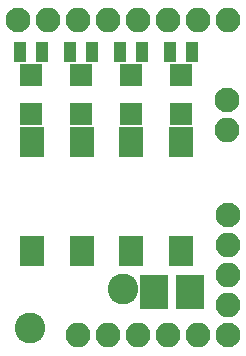
<source format=gts>
G04 #@! TF.FileFunction,Soldermask,Top*
%FSLAX46Y46*%
G04 Gerber Fmt 4.6, Leading zero omitted, Abs format (unit mm)*
G04 Created by KiCad (PCBNEW 4.0.2-stable) date 18.08.2017 11:21:27*
%MOMM*%
G01*
G04 APERTURE LIST*
%ADD10C,0.100000*%
%ADD11C,2.100000*%
%ADD12O,2.100000X2.100000*%
%ADD13C,2.600000*%
%ADD14R,2.000000X2.580000*%
%ADD15R,2.350000X2.900000*%
%ADD16R,1.900000X1.900000*%
%ADD17R,1.100000X1.700000*%
G04 APERTURE END LIST*
D10*
D11*
X188595000Y-103886000D03*
D12*
X188595000Y-106426000D03*
D11*
X170942000Y-97104200D03*
D12*
X173482000Y-97104200D03*
X176022000Y-97104200D03*
X178562000Y-97104200D03*
X181102000Y-97104200D03*
X183642000Y-97104200D03*
X186182000Y-97104200D03*
X188722000Y-97104200D03*
D11*
X188658500Y-113601500D03*
D12*
X188658500Y-116141500D03*
X188658500Y-118681500D03*
X188658500Y-121221500D03*
D11*
X188722000Y-123761500D03*
D12*
X186182000Y-123761500D03*
X183642000Y-123761500D03*
X181102000Y-123761500D03*
X178562000Y-123761500D03*
X176022000Y-123761500D03*
D13*
X171958000Y-123190000D03*
X179832000Y-119888000D03*
D14*
X172110400Y-116629400D03*
X172110400Y-107449400D03*
X176301400Y-116604000D03*
X176301400Y-107424000D03*
X180517800Y-116604000D03*
X180517800Y-107424000D03*
X184759600Y-116604000D03*
X184759600Y-107424000D03*
D15*
X182472600Y-120116600D03*
X185522600Y-120116600D03*
D16*
X172008800Y-101778800D03*
X172008800Y-105078800D03*
D17*
X171058800Y-99796600D03*
X172958800Y-99796600D03*
D16*
X176276000Y-101778800D03*
X176276000Y-105078800D03*
X180492400Y-101778800D03*
X180492400Y-105078800D03*
X184759600Y-101778800D03*
X184759600Y-105078800D03*
D17*
X177226000Y-99796600D03*
X175326000Y-99796600D03*
X181417000Y-99822000D03*
X179517000Y-99822000D03*
X185658800Y-99796600D03*
X183758800Y-99796600D03*
M02*

</source>
